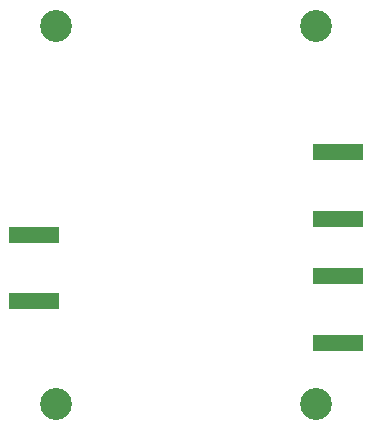
<source format=gbr>
%TF.GenerationSoftware,KiCad,Pcbnew,(6.0.1)*%
%TF.CreationDate,2022-02-13T11:50:17+00:00*%
%TF.ProjectId,Relay_RF_EE2,52656c61-795f-4524-965f-4545322e6b69,rev?*%
%TF.SameCoordinates,Original*%
%TF.FileFunction,Soldermask,Bot*%
%TF.FilePolarity,Negative*%
%FSLAX46Y46*%
G04 Gerber Fmt 4.6, Leading zero omitted, Abs format (unit mm)*
G04 Created by KiCad (PCBNEW (6.0.1)) date 2022-02-13 11:50:17*
%MOMM*%
%LPD*%
G01*
G04 APERTURE LIST*
%ADD10C,2.700000*%
%ADD11R,4.200000X1.350000*%
G04 APERTURE END LIST*
D10*
%TO.C,H1*%
X104000000Y-104000000D03*
%TD*%
D11*
%TO.C,J2*%
X102100000Y-127325000D03*
X102100000Y-121675000D03*
%TD*%
D10*
%TO.C,H4*%
X126000000Y-136000000D03*
%TD*%
%TO.C,H2*%
X104000000Y-136000000D03*
%TD*%
D11*
%TO.C,J4*%
X127900000Y-125175000D03*
X127900000Y-130825000D03*
%TD*%
D10*
%TO.C,H3*%
X126000000Y-104000000D03*
%TD*%
D11*
%TO.C,J3*%
X127900000Y-120325000D03*
X127900000Y-114675000D03*
%TD*%
M02*

</source>
